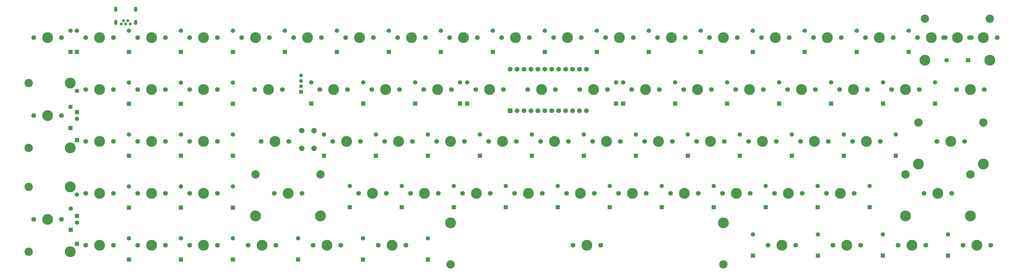
<source format=gbr>
%TF.GenerationSoftware,KiCad,Pcbnew,(5.1.7)-1*%
%TF.CreationDate,2021-02-08T13:03:50+07:00*%
%TF.ProjectId,bevi,62657669-2e6b-4696-9361-645f70636258,rev?*%
%TF.SameCoordinates,Original*%
%TF.FileFunction,Soldermask,Top*%
%TF.FilePolarity,Negative*%
%FSLAX46Y46*%
G04 Gerber Fmt 4.6, Leading zero omitted, Abs format (unit mm)*
G04 Created by KiCad (PCBNEW (5.1.7)-1) date 2021-02-08 13:03:50*
%MOMM*%
%LPD*%
G01*
G04 APERTURE LIST*
%ADD10C,2.000000*%
%ADD11O,1.350000X1.350000*%
%ADD12R,1.350000X1.350000*%
%ADD13C,1.752600*%
%ADD14R,1.752600X1.752600*%
%ADD15O,1.200000X1.900000*%
%ADD16C,1.100000*%
%ADD17C,3.987800*%
%ADD18C,1.750000*%
%ADD19R,1.600000X1.600000*%
%ADD20C,1.600000*%
%ADD21C,3.048000*%
G04 APERTURE END LIST*
D10*
%TO.C,SW1*%
X122062500Y-78218750D03*
X126562500Y-78218750D03*
X122062500Y-71718750D03*
X126562500Y-71718750D03*
%TD*%
D11*
%TO.C,J2*%
X121875000Y-51468750D03*
X121875000Y-53468750D03*
X121875000Y-55468750D03*
D12*
X121875000Y-57468750D03*
%TD*%
D13*
%TO.C,U1*%
X198467500Y-49192500D03*
X226407500Y-64432500D03*
X201007500Y-49192500D03*
X203547500Y-49192500D03*
X206087500Y-49192500D03*
X208627500Y-49192500D03*
X211167500Y-49192500D03*
X213707500Y-49192500D03*
X216247500Y-49192500D03*
X218787500Y-49192500D03*
X221327500Y-49192500D03*
X223867500Y-49192500D03*
X226407500Y-49192500D03*
X223867500Y-64432500D03*
X221327500Y-64432500D03*
X218787500Y-64432500D03*
X216247500Y-64432500D03*
X213707500Y-64432500D03*
X211167500Y-64432500D03*
X208627500Y-64432500D03*
X206087500Y-64432500D03*
X203547500Y-64432500D03*
X201007500Y-64432500D03*
D14*
X198467500Y-64432500D03*
%TD*%
D15*
%TO.C,J1*%
X61212500Y-31968750D03*
X53912500Y-31968750D03*
D16*
X55962500Y-32568750D03*
X56762500Y-31368750D03*
X57562500Y-32568750D03*
X58362500Y-31368750D03*
X59162500Y-32568750D03*
D15*
X53912500Y-27148750D03*
X61212500Y-27148750D03*
%TD*%
D17*
%TO.C,MX_0_1*%
X86118750Y-37593750D03*
D18*
X81038750Y-37593750D03*
X91198750Y-37593750D03*
%TD*%
D19*
%TO.C,D85*%
X366243750Y-45843750D03*
D20*
X358443750Y-45843750D03*
%TD*%
D17*
%TO.C,MX_9_7_1*%
X352818750Y-37593750D03*
D18*
X347738750Y-37593750D03*
X357898750Y-37593750D03*
%TD*%
D17*
%TO.C,MX_8_5*%
X371868750Y-37593750D03*
D18*
X366788750Y-37593750D03*
X376948750Y-37593750D03*
%TD*%
D19*
%TO.C,D97*%
X344550000Y-42862500D03*
D20*
X344550000Y-35062500D03*
%TD*%
D19*
%TO.C,D96*%
X335062500Y-117618750D03*
D20*
X335062500Y-109818750D03*
%TD*%
D19*
%TO.C,D95*%
X287437500Y-117618750D03*
D20*
X287437500Y-109818750D03*
%TD*%
D19*
%TO.C,D94*%
X37312500Y-42862500D03*
D20*
X37312500Y-35062500D03*
%TD*%
D19*
%TO.C,D93*%
X37406250Y-108150000D03*
D20*
X37406250Y-100350000D03*
%TD*%
D19*
%TO.C,D92*%
X144525000Y-119062500D03*
D20*
X144525000Y-111262500D03*
%TD*%
D19*
%TO.C,D91*%
X96900000Y-119062500D03*
D20*
X96900000Y-111262500D03*
%TD*%
D19*
%TO.C,D90*%
X58800000Y-119062500D03*
D20*
X58800000Y-111262500D03*
%TD*%
D19*
%TO.C,D87*%
X358875000Y-117618750D03*
D20*
X358875000Y-109818750D03*
%TD*%
D19*
%TO.C,D86*%
X311250000Y-117618750D03*
D20*
X311250000Y-109818750D03*
%TD*%
D19*
%TO.C,D84*%
X37312500Y-70743750D03*
D20*
X37312500Y-62943750D03*
%TD*%
D19*
%TO.C,D83*%
X168337500Y-119062500D03*
D20*
X168337500Y-111262500D03*
%TD*%
D19*
%TO.C,D82*%
X120712500Y-119062500D03*
D20*
X120712500Y-111262500D03*
%TD*%
D19*
%TO.C,D81*%
X77850000Y-119062500D03*
D20*
X77850000Y-111262500D03*
%TD*%
D19*
%TO.C,D80*%
X39750000Y-113306250D03*
D20*
X39750000Y-105506250D03*
%TD*%
D19*
%TO.C,D77*%
X354131250Y-61837500D03*
D20*
X354131250Y-54037500D03*
%TD*%
D19*
%TO.C,D76*%
X311137500Y-99843750D03*
D20*
X311137500Y-92043750D03*
%TD*%
D19*
%TO.C,D75*%
X273037500Y-99843750D03*
D20*
X273037500Y-92043750D03*
%TD*%
D19*
%TO.C,D74*%
X234937500Y-99843750D03*
D20*
X234937500Y-92043750D03*
%TD*%
D19*
%TO.C,D73*%
X196837500Y-99843750D03*
D20*
X196837500Y-92043750D03*
%TD*%
D19*
%TO.C,D72*%
X158737500Y-99843750D03*
D20*
X158737500Y-92043750D03*
%TD*%
D19*
%TO.C,D71*%
X96900000Y-100012500D03*
D20*
X96900000Y-92212500D03*
%TD*%
D19*
%TO.C,D70*%
X58800000Y-100012500D03*
D20*
X58800000Y-92212500D03*
%TD*%
D19*
%TO.C,D67*%
X330187500Y-99843750D03*
D20*
X330187500Y-92043750D03*
%TD*%
D19*
%TO.C,D66*%
X292087500Y-99843750D03*
D20*
X292087500Y-92043750D03*
%TD*%
D19*
%TO.C,D65*%
X253987500Y-99843750D03*
D20*
X253987500Y-92043750D03*
%TD*%
D19*
%TO.C,D64*%
X215887500Y-99843750D03*
D20*
X215887500Y-92043750D03*
%TD*%
D19*
%TO.C,D63*%
X177787500Y-99843750D03*
D20*
X177787500Y-92043750D03*
%TD*%
D19*
%TO.C,D62*%
X139687500Y-99843750D03*
D20*
X139687500Y-92043750D03*
%TD*%
D19*
%TO.C,D61*%
X77850000Y-100012500D03*
D20*
X77850000Y-92212500D03*
%TD*%
D19*
%TO.C,D60*%
X39750000Y-102993750D03*
D20*
X39750000Y-95193750D03*
%TD*%
D19*
%TO.C,D57*%
X339768750Y-80962500D03*
D20*
X339768750Y-73162500D03*
%TD*%
D19*
%TO.C,D56*%
X301668750Y-80962500D03*
D20*
X301668750Y-73162500D03*
%TD*%
D19*
%TO.C,D55*%
X263568750Y-80962500D03*
D20*
X263568750Y-73162500D03*
%TD*%
D19*
%TO.C,D54*%
X225468750Y-80962500D03*
D20*
X225468750Y-73162500D03*
%TD*%
D19*
%TO.C,D53*%
X187368750Y-80962500D03*
D20*
X187368750Y-73162500D03*
%TD*%
D19*
%TO.C,D52*%
X149268750Y-80962500D03*
D20*
X149268750Y-73162500D03*
%TD*%
D19*
%TO.C,D51*%
X96900000Y-80962500D03*
D20*
X96900000Y-73162500D03*
%TD*%
D19*
%TO.C,D50*%
X58800000Y-80962500D03*
D20*
X58800000Y-73162500D03*
%TD*%
D19*
%TO.C,D47*%
X320718750Y-80962500D03*
D20*
X320718750Y-73162500D03*
%TD*%
D19*
%TO.C,D46*%
X282618750Y-80962500D03*
D20*
X282618750Y-73162500D03*
%TD*%
D19*
%TO.C,D45*%
X244518750Y-80962500D03*
D20*
X244518750Y-73162500D03*
%TD*%
D19*
%TO.C,D44*%
X206418750Y-80962500D03*
D20*
X206418750Y-73162500D03*
%TD*%
D19*
%TO.C,D43*%
X168318750Y-80962500D03*
D20*
X168318750Y-73162500D03*
%TD*%
D19*
%TO.C,D42*%
X130218750Y-80962500D03*
D20*
X130218750Y-73162500D03*
%TD*%
D19*
%TO.C,D41*%
X77850000Y-80962500D03*
D20*
X77850000Y-73162500D03*
%TD*%
D19*
%TO.C,D40*%
X39750000Y-75150000D03*
D20*
X39750000Y-67350000D03*
%TD*%
D19*
%TO.C,D37*%
X335081250Y-61837500D03*
D20*
X335081250Y-54037500D03*
%TD*%
D19*
%TO.C,D36*%
X296981250Y-61837500D03*
D20*
X296981250Y-54037500D03*
%TD*%
D19*
%TO.C,D35*%
X258881250Y-61837500D03*
D20*
X258881250Y-54037500D03*
%TD*%
D19*
%TO.C,D34*%
X237281250Y-61837500D03*
D20*
X237281250Y-54037500D03*
%TD*%
D19*
%TO.C,D33*%
X180093750Y-61837500D03*
D20*
X180093750Y-54037500D03*
%TD*%
D19*
%TO.C,D32*%
X144581250Y-61837500D03*
D20*
X144581250Y-54037500D03*
%TD*%
D19*
%TO.C,D31*%
X96900000Y-61912500D03*
D20*
X96900000Y-54112500D03*
%TD*%
D19*
%TO.C,D30*%
X58800000Y-61912500D03*
D20*
X58800000Y-54112500D03*
%TD*%
D19*
%TO.C,D27*%
X316031250Y-61837500D03*
D20*
X316031250Y-54037500D03*
%TD*%
D19*
%TO.C,D26*%
X277931250Y-61837500D03*
D20*
X277931250Y-54037500D03*
%TD*%
D19*
%TO.C,D25*%
X239831250Y-61837500D03*
D20*
X239831250Y-54037500D03*
%TD*%
D19*
%TO.C,D24*%
X182718750Y-61837500D03*
D20*
X182718750Y-54037500D03*
%TD*%
D19*
%TO.C,D23*%
X163631250Y-61837500D03*
D20*
X163631250Y-54037500D03*
%TD*%
D19*
%TO.C,D22*%
X125531250Y-61837500D03*
D20*
X125531250Y-54037500D03*
%TD*%
D19*
%TO.C,D21*%
X77850000Y-61912500D03*
D20*
X77850000Y-54112500D03*
%TD*%
D19*
%TO.C,D20*%
X39750000Y-64962500D03*
D20*
X39750000Y-57162500D03*
%TD*%
D19*
%TO.C,D17*%
X325500000Y-42862500D03*
D20*
X325500000Y-35062500D03*
%TD*%
D19*
%TO.C,D16*%
X287400000Y-42862500D03*
D20*
X287400000Y-35062500D03*
%TD*%
D19*
%TO.C,D15*%
X249300000Y-42862500D03*
D20*
X249300000Y-35062500D03*
%TD*%
D19*
%TO.C,D14*%
X211200000Y-42862500D03*
D20*
X211200000Y-35062500D03*
%TD*%
D19*
%TO.C,D13*%
X173100000Y-42862500D03*
D20*
X173100000Y-35062500D03*
%TD*%
D19*
%TO.C,D12*%
X135000000Y-42862500D03*
D20*
X135000000Y-35062500D03*
%TD*%
D19*
%TO.C,D11*%
X96900000Y-42862500D03*
D20*
X96900000Y-35062500D03*
%TD*%
D19*
%TO.C,D10*%
X58800000Y-42862500D03*
D20*
X58800000Y-35062500D03*
%TD*%
D19*
%TO.C,D7*%
X306450000Y-42862500D03*
D20*
X306450000Y-35062500D03*
%TD*%
D19*
%TO.C,D6*%
X268350000Y-42862500D03*
D20*
X268350000Y-35062500D03*
%TD*%
D19*
%TO.C,D5*%
X230250000Y-42862500D03*
D20*
X230250000Y-35062500D03*
%TD*%
D19*
%TO.C,D4*%
X192150000Y-42862500D03*
D20*
X192150000Y-35062500D03*
%TD*%
D19*
%TO.C,D3*%
X154050000Y-42862500D03*
D20*
X154050000Y-35062500D03*
%TD*%
D19*
%TO.C,D2*%
X115950000Y-42862500D03*
D20*
X115950000Y-35062500D03*
%TD*%
D19*
%TO.C,D1*%
X77850000Y-42862500D03*
D20*
X77850000Y-35062500D03*
%TD*%
D19*
%TO.C,D0*%
X39750000Y-42862500D03*
D20*
X39750000Y-35062500D03*
%TD*%
D17*
%TO.C,MX_5_1*%
X112312500Y-75693750D03*
D18*
X107232500Y-75693750D03*
X117392500Y-75693750D03*
%TD*%
D17*
%TO.C,MX_9_7*%
X362343750Y-37593750D03*
D18*
X357263750Y-37593750D03*
X367423750Y-37593750D03*
D21*
X350437500Y-30608750D03*
X374250000Y-30608750D03*
D17*
X350437500Y-45848750D03*
X374250000Y-45848750D03*
%TD*%
%TO.C,MX_9_6*%
X345675000Y-113793750D03*
D18*
X340595000Y-113793750D03*
X350755000Y-113793750D03*
%TD*%
D17*
%TO.C,MX_9_5*%
X298050000Y-113793750D03*
D18*
X292970000Y-113793750D03*
X303130000Y-113793750D03*
%TD*%
D17*
%TO.C,MX_9_4*%
X28968750Y-37593750D03*
D18*
X23888750Y-37593750D03*
X34048750Y-37593750D03*
%TD*%
D17*
%TO.C,MX_9_3*%
X28968750Y-104268750D03*
D18*
X23888750Y-104268750D03*
X34048750Y-104268750D03*
D21*
X21983750Y-116175000D03*
X21983750Y-92362500D03*
D17*
X37223750Y-116175000D03*
X37223750Y-92362500D03*
%TD*%
%TO.C,MX_9_2*%
X155175000Y-113793750D03*
D18*
X150095000Y-113793750D03*
X160255000Y-113793750D03*
%TD*%
D17*
%TO.C,MX_9_1*%
X107550000Y-113793750D03*
D18*
X102470000Y-113793750D03*
X112630000Y-113793750D03*
%TD*%
D17*
%TO.C,MX_9_0*%
X67068750Y-113793750D03*
D18*
X61988750Y-113793750D03*
X72148750Y-113793750D03*
%TD*%
D17*
%TO.C,MX_8_7*%
X369487500Y-113793750D03*
D18*
X364407500Y-113793750D03*
X374567500Y-113793750D03*
%TD*%
D17*
%TO.C,MX_8_6*%
X321862500Y-113793750D03*
D18*
X316782500Y-113793750D03*
X326942500Y-113793750D03*
%TD*%
D17*
%TO.C,MX_8_4*%
X28968750Y-66168750D03*
D18*
X23888750Y-66168750D03*
X34048750Y-66168750D03*
D21*
X21983750Y-78075000D03*
X21983750Y-54262500D03*
D17*
X37223750Y-78075000D03*
X37223750Y-54262500D03*
%TD*%
%TO.C,MX_8_3*%
X226612500Y-113793750D03*
D18*
X221532500Y-113793750D03*
X231692500Y-113793750D03*
D21*
X176612600Y-120778750D03*
X276612400Y-120778750D03*
D17*
X176612600Y-105538750D03*
X276612400Y-105538750D03*
%TD*%
%TO.C,MX_8_2*%
X131362500Y-113793750D03*
D18*
X126282500Y-113793750D03*
X136442500Y-113793750D03*
%TD*%
D17*
%TO.C,MX_8_1*%
X86118750Y-113793750D03*
D18*
X81038750Y-113793750D03*
X91198750Y-113793750D03*
%TD*%
D17*
%TO.C,MX_8_0*%
X48018750Y-113793750D03*
D18*
X42938750Y-113793750D03*
X53098750Y-113793750D03*
%TD*%
D17*
%TO.C,MX_7_7*%
X367106250Y-56643750D03*
D18*
X362026250Y-56643750D03*
X372186250Y-56643750D03*
%TD*%
D17*
%TO.C,MX_7_6*%
X319481250Y-94743750D03*
D18*
X314401250Y-94743750D03*
X324561250Y-94743750D03*
%TD*%
D17*
%TO.C,MX_7_5*%
X281381250Y-94743750D03*
D18*
X276301250Y-94743750D03*
X286461250Y-94743750D03*
%TD*%
D17*
%TO.C,MX_7_4*%
X243281250Y-94743750D03*
D18*
X238201250Y-94743750D03*
X248361250Y-94743750D03*
%TD*%
D17*
%TO.C,MX_7_3*%
X205181250Y-94743750D03*
D18*
X200101250Y-94743750D03*
X210261250Y-94743750D03*
%TD*%
D17*
%TO.C,MX_7_2*%
X167081250Y-94743750D03*
D18*
X162001250Y-94743750D03*
X172161250Y-94743750D03*
%TD*%
D17*
%TO.C,MX_7_1*%
X117075000Y-94743750D03*
D18*
X111995000Y-94743750D03*
X122155000Y-94743750D03*
D21*
X105168750Y-87758750D03*
X128981250Y-87758750D03*
D17*
X105168750Y-102998750D03*
X128981250Y-102998750D03*
%TD*%
%TO.C,MX_7_0*%
X67068750Y-94743750D03*
D18*
X61988750Y-94743750D03*
X72148750Y-94743750D03*
%TD*%
D17*
%TO.C,MX_6_7*%
X355200000Y-94743750D03*
D18*
X350120000Y-94743750D03*
X360280000Y-94743750D03*
D21*
X343293750Y-87758750D03*
X367106250Y-87758750D03*
D17*
X343293750Y-102998750D03*
X367106250Y-102998750D03*
%TD*%
%TO.C,MX_6_6*%
X300431250Y-94743750D03*
D18*
X295351250Y-94743750D03*
X305511250Y-94743750D03*
%TD*%
D17*
%TO.C,MX_6_5*%
X262331250Y-94743750D03*
D18*
X257251250Y-94743750D03*
X267411250Y-94743750D03*
%TD*%
D17*
%TO.C,MX_6_4*%
X224231250Y-94743750D03*
D18*
X219151250Y-94743750D03*
X229311250Y-94743750D03*
%TD*%
D17*
%TO.C,MX_6_3*%
X186131250Y-94743750D03*
D18*
X181051250Y-94743750D03*
X191211250Y-94743750D03*
%TD*%
D17*
%TO.C,MX_6_2*%
X148031250Y-94743750D03*
D18*
X142951250Y-94743750D03*
X153111250Y-94743750D03*
%TD*%
D17*
%TO.C,MX_6_1*%
X86118750Y-94743750D03*
D18*
X81038750Y-94743750D03*
X91198750Y-94743750D03*
%TD*%
D17*
%TO.C,MX_6_0*%
X48018750Y-94743750D03*
D18*
X42938750Y-94743750D03*
X53098750Y-94743750D03*
%TD*%
D17*
%TO.C,MX_5_7*%
X359962500Y-75693750D03*
D18*
X354882500Y-75693750D03*
X365042500Y-75693750D03*
D21*
X348056250Y-68708750D03*
X371868750Y-68708750D03*
D17*
X348056250Y-83948750D03*
X371868750Y-83948750D03*
%TD*%
%TO.C,MX_5_6*%
X309956250Y-75693750D03*
D18*
X304876250Y-75693750D03*
X315036250Y-75693750D03*
%TD*%
D17*
%TO.C,MX_5_5*%
X271856250Y-75693750D03*
D18*
X266776250Y-75693750D03*
X276936250Y-75693750D03*
%TD*%
D17*
%TO.C,MX_5_4*%
X233756250Y-75693750D03*
D18*
X228676250Y-75693750D03*
X238836250Y-75693750D03*
%TD*%
D17*
%TO.C,MX_5_3*%
X195656250Y-75693750D03*
D18*
X190576250Y-75693750D03*
X200736250Y-75693750D03*
%TD*%
D17*
%TO.C,MX_5_2*%
X157556250Y-75693750D03*
D18*
X152476250Y-75693750D03*
X162636250Y-75693750D03*
%TD*%
D17*
%TO.C,MX_5_0*%
X67068750Y-75693750D03*
D18*
X61988750Y-75693750D03*
X72148750Y-75693750D03*
%TD*%
D17*
%TO.C,MX_4_7*%
X329006250Y-75693750D03*
D18*
X323926250Y-75693750D03*
X334086250Y-75693750D03*
%TD*%
D17*
%TO.C,MX_4_6*%
X290906250Y-75693750D03*
D18*
X285826250Y-75693750D03*
X295986250Y-75693750D03*
%TD*%
D17*
%TO.C,MX_4_5*%
X252806250Y-75693750D03*
D18*
X247726250Y-75693750D03*
X257886250Y-75693750D03*
%TD*%
D17*
%TO.C,MX_4_4*%
X214706250Y-75693750D03*
D18*
X209626250Y-75693750D03*
X219786250Y-75693750D03*
%TD*%
D17*
%TO.C,MX_4_3*%
X176606250Y-75693750D03*
D18*
X171526250Y-75693750D03*
X181686250Y-75693750D03*
%TD*%
D17*
%TO.C,MX_4_2*%
X138506250Y-75693750D03*
D18*
X133426250Y-75693750D03*
X143586250Y-75693750D03*
%TD*%
D17*
%TO.C,MX_4_1*%
X86118750Y-75693750D03*
D18*
X81038750Y-75693750D03*
X91198750Y-75693750D03*
%TD*%
D17*
%TO.C,MX_4_0*%
X48018750Y-75693750D03*
D18*
X42938750Y-75693750D03*
X53098750Y-75693750D03*
%TD*%
D17*
%TO.C,MX_3_7*%
X343293750Y-56643750D03*
D18*
X338213750Y-56643750D03*
X348373750Y-56643750D03*
%TD*%
D17*
%TO.C,MX_3_6*%
X305193750Y-56643750D03*
D18*
X300113750Y-56643750D03*
X310273750Y-56643750D03*
%TD*%
D17*
%TO.C,MX_3_5*%
X267093750Y-56643750D03*
D18*
X262013750Y-56643750D03*
X272173750Y-56643750D03*
%TD*%
%TO.C,MX_3_4*%
X234073750Y-56643750D03*
X223913750Y-56643750D03*
D17*
X228993750Y-56643750D03*
%TD*%
%TO.C,MX_3_3*%
X190893750Y-56643750D03*
D18*
X185813750Y-56643750D03*
X195973750Y-56643750D03*
%TD*%
D17*
%TO.C,MX_3_2*%
X152793750Y-56643750D03*
D18*
X147713750Y-56643750D03*
X157873750Y-56643750D03*
%TD*%
D17*
%TO.C,MX_3_1*%
X109931250Y-56643750D03*
D18*
X104851250Y-56643750D03*
X115011250Y-56643750D03*
%TD*%
D17*
%TO.C,MX_3_0*%
X67068750Y-56643750D03*
D18*
X61988750Y-56643750D03*
X72148750Y-56643750D03*
%TD*%
D17*
%TO.C,MX_2_7*%
X324243750Y-56643750D03*
D18*
X319163750Y-56643750D03*
X329323750Y-56643750D03*
%TD*%
D17*
%TO.C,MX_2_6*%
X286143750Y-56643750D03*
D18*
X281063750Y-56643750D03*
X291223750Y-56643750D03*
%TD*%
D17*
%TO.C,MX_2_5*%
X248043750Y-56643750D03*
D18*
X242963750Y-56643750D03*
X253123750Y-56643750D03*
%TD*%
D17*
%TO.C,MX_2_4*%
X209943750Y-56643750D03*
D18*
X204863750Y-56643750D03*
X215023750Y-56643750D03*
%TD*%
D17*
%TO.C,MX_2_3*%
X171843750Y-56643750D03*
D18*
X166763750Y-56643750D03*
X176923750Y-56643750D03*
%TD*%
D17*
%TO.C,MX_2_2*%
X133743750Y-56643750D03*
D18*
X128663750Y-56643750D03*
X138823750Y-56643750D03*
%TD*%
D17*
%TO.C,MX_2_1*%
X86118750Y-56643750D03*
D18*
X81038750Y-56643750D03*
X91198750Y-56643750D03*
%TD*%
D17*
%TO.C,MX_2_0*%
X48018750Y-56643750D03*
D18*
X42938750Y-56643750D03*
X53098750Y-56643750D03*
%TD*%
D17*
%TO.C,MX_1_7*%
X333768750Y-37593750D03*
D18*
X328688750Y-37593750D03*
X338848750Y-37593750D03*
%TD*%
D17*
%TO.C,MX_1_6*%
X295668750Y-37593750D03*
D18*
X290588750Y-37593750D03*
X300748750Y-37593750D03*
%TD*%
D17*
%TO.C,MX_1_5*%
X257568750Y-37593750D03*
D18*
X252488750Y-37593750D03*
X262648750Y-37593750D03*
%TD*%
D17*
%TO.C,MX_1_4*%
X219468750Y-37593750D03*
D18*
X214388750Y-37593750D03*
X224548750Y-37593750D03*
%TD*%
D17*
%TO.C,MX_1_3*%
X181368750Y-37593750D03*
D18*
X176288750Y-37593750D03*
X186448750Y-37593750D03*
%TD*%
D17*
%TO.C,MX_1_2*%
X143268750Y-37593750D03*
D18*
X138188750Y-37593750D03*
X148348750Y-37593750D03*
%TD*%
D17*
%TO.C,MX_1_1*%
X105168750Y-37593750D03*
D18*
X100088750Y-37593750D03*
X110248750Y-37593750D03*
%TD*%
D17*
%TO.C,MX_1_0*%
X67068750Y-37593750D03*
D18*
X61988750Y-37593750D03*
X72148750Y-37593750D03*
%TD*%
D17*
%TO.C,MX_0_7*%
X314718750Y-37593750D03*
D18*
X309638750Y-37593750D03*
X319798750Y-37593750D03*
%TD*%
D17*
%TO.C,MX_0_6*%
X276618750Y-37593750D03*
D18*
X271538750Y-37593750D03*
X281698750Y-37593750D03*
%TD*%
D17*
%TO.C,MX_0_5*%
X238518750Y-37593750D03*
D18*
X233438750Y-37593750D03*
X243598750Y-37593750D03*
%TD*%
D17*
%TO.C,MX_0_4*%
X200418750Y-37593750D03*
D18*
X195338750Y-37593750D03*
X205498750Y-37593750D03*
%TD*%
D17*
%TO.C,MX_0_3*%
X162318750Y-37593750D03*
D18*
X157238750Y-37593750D03*
X167398750Y-37593750D03*
%TD*%
D17*
%TO.C,MX_0_2*%
X124218750Y-37593750D03*
D18*
X119138750Y-37593750D03*
X129298750Y-37593750D03*
%TD*%
D17*
%TO.C,MX_0_0*%
X48018750Y-37593750D03*
D18*
X42938750Y-37593750D03*
X53098750Y-37593750D03*
%TD*%
M02*

</source>
